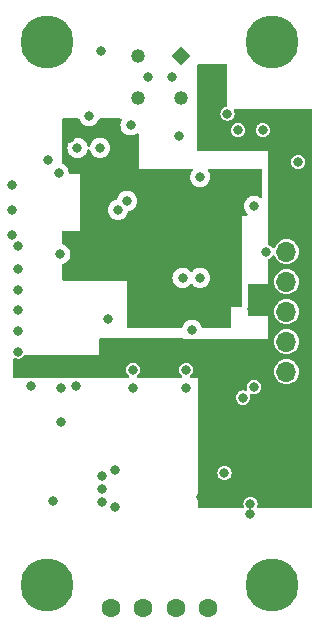
<source format=gbr>
%TF.GenerationSoftware,KiCad,Pcbnew,6.0.8-f2edbf62ab~116~ubuntu20.04.1*%
%TF.CreationDate,2022-10-23T17:18:19+02:00*%
%TF.ProjectId,TireTempSensor_v2.0,54697265-5465-46d7-9053-656e736f725f,rev?*%
%TF.SameCoordinates,Original*%
%TF.FileFunction,Copper,L3,Inr*%
%TF.FilePolarity,Positive*%
%FSLAX46Y46*%
G04 Gerber Fmt 4.6, Leading zero omitted, Abs format (unit mm)*
G04 Created by KiCad (PCBNEW 6.0.8-f2edbf62ab~116~ubuntu20.04.1) date 2022-10-23 17:18:19*
%MOMM*%
%LPD*%
G01*
G04 APERTURE LIST*
G04 Aperture macros list*
%AMRotRect*
0 Rectangle, with rotation*
0 The origin of the aperture is its center*
0 $1 length*
0 $2 width*
0 $3 Rotation angle, in degrees counterclockwise*
0 Add horizontal line*
21,1,$1,$2,0,0,$3*%
G04 Aperture macros list end*
%TA.AperFunction,ComponentPad*%
%ADD10C,4.500000*%
%TD*%
%TA.AperFunction,ComponentPad*%
%ADD11C,1.600000*%
%TD*%
%TA.AperFunction,ComponentPad*%
%ADD12RotRect,1.192000X1.192000X45.000000*%
%TD*%
%TA.AperFunction,ComponentPad*%
%ADD13C,1.192000*%
%TD*%
%TA.AperFunction,ComponentPad*%
%ADD14R,1.700000X1.700000*%
%TD*%
%TA.AperFunction,ComponentPad*%
%ADD15O,1.700000X1.700000*%
%TD*%
%TA.AperFunction,ViaPad*%
%ADD16C,0.800000*%
%TD*%
G04 APERTURE END LIST*
D10*
%TO.N,GND*%
%TO.C,H4*%
X103250000Y-67500000D03*
%TD*%
%TO.N,GND*%
%TO.C,H2*%
X103250000Y-113500000D03*
%TD*%
D11*
%TO.N,+24V*%
%TO.C,J2*%
X116875000Y-115500000D03*
%TO.N,GND*%
X114125000Y-115500000D03*
%TO.N,/CAN +*%
X111375000Y-115500000D03*
%TO.N,/CAN -*%
X108625000Y-115500000D03*
%TD*%
D10*
%TO.N,GND*%
%TO.C,H3*%
X122250000Y-67500000D03*
%TD*%
%TO.N,GND*%
%TO.C,H1*%
X122250000Y-113500000D03*
%TD*%
D12*
%TO.N,/SCL*%
%TO.C,IC2*%
X114546052Y-68703950D03*
D13*
%TO.N,/SDA*%
X114546052Y-72296052D03*
%TO.N,Net-(C17-Pad1)*%
X110953950Y-72296052D03*
%TO.N,GND*%
X110953950Y-68703950D03*
%TD*%
D14*
%TO.N,+3V3*%
%TO.C,J1*%
X123500000Y-82750000D03*
D15*
%TO.N,/SWCLK*%
X123500000Y-85290000D03*
%TO.N,GND*%
X123500000Y-87830000D03*
%TO.N,/SWDIO*%
X123500000Y-90370000D03*
%TO.N,/NRST*%
X123500000Y-92910000D03*
%TO.N,/SWO*%
X123500000Y-95450000D03*
%TD*%
D16*
%TO.N,/+3V3_uC*%
X118950000Y-88350000D03*
X105850000Y-78000000D03*
X119850000Y-78850000D03*
X111650000Y-91000000D03*
X108700000Y-74600000D03*
X105200000Y-75650000D03*
X117900000Y-91000000D03*
X105250000Y-87150000D03*
%TO.N,GND*%
X114400000Y-75500000D03*
X103750000Y-106400000D03*
X118500000Y-73600000D03*
X100750000Y-92000000D03*
X110500000Y-95300000D03*
X108350000Y-91000000D03*
X100750000Y-93750000D03*
X107850000Y-104250000D03*
X100750000Y-84850000D03*
X100750000Y-88500000D03*
X118250000Y-104050000D03*
X106800000Y-73800000D03*
X104400000Y-99700000D03*
X110300000Y-74600000D03*
X115000000Y-96850000D03*
X120750000Y-81400000D03*
X115000000Y-95300000D03*
X104400000Y-96850000D03*
X107800000Y-68300000D03*
X120450000Y-106650000D03*
X100750000Y-86750000D03*
X124500000Y-77700000D03*
X100300000Y-83850000D03*
X100300000Y-79650000D03*
X100750000Y-90250000D03*
X103300000Y-77500000D03*
X115500000Y-91900000D03*
X104200000Y-78600000D03*
X119400000Y-75000000D03*
X108950000Y-103750000D03*
X104350000Y-85500000D03*
X121500000Y-75000000D03*
X107700000Y-76500000D03*
X105800000Y-76500000D03*
X107850000Y-105350000D03*
X120450000Y-107500000D03*
X100300000Y-81750000D03*
X108950000Y-106950000D03*
X110500000Y-96850000D03*
X107850000Y-106450000D03*
X119800000Y-97650000D03*
X120750000Y-96750000D03*
%TO.N,+3V3*%
X117650000Y-71400000D03*
X123950000Y-103000000D03*
X123950000Y-101000000D03*
X117700000Y-69850000D03*
X117000000Y-106550000D03*
X122750000Y-80150000D03*
X121400000Y-89250000D03*
X100850000Y-95500000D03*
X108250000Y-95500000D03*
X123950000Y-102000000D03*
X124750000Y-103000000D03*
X117450000Y-93500000D03*
X116300000Y-106050000D03*
X123650000Y-79300000D03*
X120550000Y-90150000D03*
X124750000Y-102000000D03*
X123950000Y-100000000D03*
X124750000Y-100000000D03*
X124750000Y-101000000D03*
%TO.N,/SCL*%
X111750000Y-70500000D03*
X114700000Y-87500000D03*
%TO.N,/SDA*%
X113779978Y-70529978D03*
X116199503Y-87500000D03*
%TO.N,/SWCLK*%
X121800000Y-85300000D03*
X116200000Y-79000000D03*
%TO.N,/CAN RX*%
X109250000Y-81750000D03*
X101900000Y-96700000D03*
%TO.N,/CAN TX*%
X110000000Y-81000500D03*
X105700000Y-96700000D03*
%TD*%
%TA.AperFunction,Conductor*%
%TO.N,+3V3*%
G36*
X118442121Y-69420002D02*
G01*
X118488614Y-69473658D01*
X118500000Y-69526000D01*
X118500000Y-72883819D01*
X118479998Y-72951940D01*
X118426342Y-72998433D01*
X118390446Y-73008741D01*
X118343238Y-73014956D01*
X118197159Y-73075464D01*
X118071718Y-73171718D01*
X118066695Y-73178264D01*
X118047013Y-73203914D01*
X117975464Y-73297159D01*
X117914956Y-73443238D01*
X117894318Y-73600000D01*
X117914956Y-73756762D01*
X117975464Y-73902841D01*
X118071718Y-74028282D01*
X118197159Y-74124536D01*
X118343238Y-74185044D01*
X118500000Y-74205682D01*
X118508188Y-74204604D01*
X118648574Y-74186122D01*
X118656762Y-74185044D01*
X118802841Y-74124536D01*
X118928282Y-74028282D01*
X119024536Y-73902841D01*
X119085044Y-73756762D01*
X119105682Y-73600000D01*
X119085044Y-73443238D01*
X119056455Y-73374218D01*
X119048866Y-73303628D01*
X119080645Y-73240141D01*
X119141703Y-73203914D01*
X119172864Y-73200000D01*
X125574000Y-73200000D01*
X125642121Y-73220002D01*
X125688614Y-73273658D01*
X125700000Y-73326000D01*
X125700000Y-106874000D01*
X125679998Y-106942121D01*
X125626342Y-106988614D01*
X125574000Y-107000000D01*
X121143575Y-107000000D01*
X121075454Y-106979998D01*
X121028961Y-106926342D01*
X121018857Y-106856068D01*
X121027165Y-106825784D01*
X121031884Y-106814391D01*
X121035044Y-106806762D01*
X121055682Y-106650000D01*
X121035044Y-106493238D01*
X120974536Y-106347159D01*
X120878282Y-106221718D01*
X120752841Y-106125464D01*
X120606762Y-106064956D01*
X120450000Y-106044318D01*
X120293238Y-106064956D01*
X120147159Y-106125464D01*
X120021718Y-106221718D01*
X119925464Y-106347159D01*
X119864956Y-106493238D01*
X119844318Y-106650000D01*
X119864956Y-106806762D01*
X119868116Y-106814391D01*
X119872835Y-106825784D01*
X119880423Y-106896374D01*
X119848642Y-106959860D01*
X119787584Y-106996087D01*
X119756425Y-107000000D01*
X116126000Y-107000000D01*
X116057879Y-106979998D01*
X116011386Y-106926342D01*
X116000000Y-106874000D01*
X116000000Y-104050000D01*
X117644318Y-104050000D01*
X117664956Y-104206762D01*
X117725464Y-104352841D01*
X117821718Y-104478282D01*
X117947159Y-104574536D01*
X118093238Y-104635044D01*
X118250000Y-104655682D01*
X118258188Y-104654604D01*
X118398574Y-104636122D01*
X118406762Y-104635044D01*
X118552841Y-104574536D01*
X118678282Y-104478282D01*
X118774536Y-104352841D01*
X118835044Y-104206762D01*
X118855682Y-104050000D01*
X118835044Y-103893238D01*
X118774536Y-103747159D01*
X118678282Y-103621718D01*
X118552841Y-103525464D01*
X118406762Y-103464956D01*
X118250000Y-103444318D01*
X118093238Y-103464956D01*
X117947159Y-103525464D01*
X117821718Y-103621718D01*
X117725464Y-103747159D01*
X117664956Y-103893238D01*
X117644318Y-104050000D01*
X116000000Y-104050000D01*
X116000000Y-97650000D01*
X119194318Y-97650000D01*
X119214956Y-97806762D01*
X119275464Y-97952841D01*
X119371718Y-98078282D01*
X119497159Y-98174536D01*
X119643238Y-98235044D01*
X119800000Y-98255682D01*
X119808188Y-98254604D01*
X119948574Y-98236122D01*
X119956762Y-98235044D01*
X120102841Y-98174536D01*
X120228282Y-98078282D01*
X120324536Y-97952841D01*
X120385044Y-97806762D01*
X120405682Y-97650000D01*
X120385044Y-97493238D01*
X120379239Y-97479223D01*
X120371647Y-97408634D01*
X120403424Y-97345146D01*
X120464481Y-97308917D01*
X120535433Y-97311449D01*
X120543863Y-97314593D01*
X120585605Y-97331883D01*
X120585610Y-97331884D01*
X120593238Y-97335044D01*
X120750000Y-97355682D01*
X120758188Y-97354604D01*
X120898574Y-97336122D01*
X120906762Y-97335044D01*
X121052841Y-97274536D01*
X121178282Y-97178282D01*
X121274536Y-97052841D01*
X121335044Y-96906762D01*
X121355682Y-96750000D01*
X121335044Y-96593238D01*
X121274536Y-96447159D01*
X121178282Y-96321718D01*
X121052841Y-96225464D01*
X120906762Y-96164956D01*
X120750000Y-96144318D01*
X120593238Y-96164956D01*
X120447159Y-96225464D01*
X120321718Y-96321718D01*
X120225464Y-96447159D01*
X120164956Y-96593238D01*
X120144318Y-96750000D01*
X120164956Y-96906762D01*
X120168115Y-96914389D01*
X120168116Y-96914392D01*
X120170761Y-96920776D01*
X120178353Y-96991366D01*
X120146576Y-97054854D01*
X120085519Y-97091083D01*
X120014567Y-97088551D01*
X120006137Y-97085407D01*
X119964395Y-97068117D01*
X119964390Y-97068116D01*
X119956762Y-97064956D01*
X119800000Y-97044318D01*
X119643238Y-97064956D01*
X119497159Y-97125464D01*
X119371718Y-97221718D01*
X119275464Y-97347159D01*
X119214956Y-97493238D01*
X119194318Y-97650000D01*
X116000000Y-97650000D01*
X116000000Y-96000000D01*
X115445357Y-96000000D01*
X115377236Y-95979998D01*
X115330743Y-95926342D01*
X115320639Y-95856068D01*
X115350133Y-95791488D01*
X115368653Y-95774038D01*
X115421732Y-95733309D01*
X115421736Y-95733305D01*
X115428282Y-95728282D01*
X115524536Y-95602841D01*
X115585044Y-95456762D01*
X115587875Y-95435262D01*
X122444520Y-95435262D01*
X122461759Y-95640553D01*
X122463458Y-95646478D01*
X122516477Y-95831376D01*
X122518544Y-95838586D01*
X122521359Y-95844063D01*
X122521360Y-95844066D01*
X122600179Y-95997431D01*
X122612712Y-96021818D01*
X122740677Y-96183270D01*
X122745370Y-96187264D01*
X122745371Y-96187265D01*
X122796162Y-96230491D01*
X122897564Y-96316791D01*
X122902942Y-96319797D01*
X122902944Y-96319798D01*
X122913082Y-96325464D01*
X123077398Y-96417297D01*
X123149142Y-96440608D01*
X123267471Y-96479056D01*
X123267475Y-96479057D01*
X123273329Y-96480959D01*
X123477894Y-96505351D01*
X123484029Y-96504879D01*
X123484031Y-96504879D01*
X123540039Y-96500569D01*
X123683300Y-96489546D01*
X123689230Y-96487890D01*
X123689232Y-96487890D01*
X123875797Y-96435800D01*
X123875796Y-96435800D01*
X123881725Y-96434145D01*
X123887214Y-96431372D01*
X123887220Y-96431370D01*
X124060116Y-96344033D01*
X124065610Y-96341258D01*
X124097050Y-96316695D01*
X124223101Y-96218213D01*
X124227951Y-96214424D01*
X124270651Y-96164956D01*
X124358540Y-96063134D01*
X124358540Y-96063133D01*
X124362564Y-96058472D01*
X124383387Y-96021818D01*
X124461276Y-95884707D01*
X124464323Y-95879344D01*
X124529351Y-95683863D01*
X124555171Y-95479474D01*
X124555390Y-95463806D01*
X124555534Y-95453522D01*
X124555534Y-95453518D01*
X124555583Y-95450000D01*
X124535480Y-95244970D01*
X124475935Y-95047749D01*
X124379218Y-94865849D01*
X124302924Y-94772304D01*
X124252906Y-94710975D01*
X124252903Y-94710972D01*
X124249011Y-94706200D01*
X124236458Y-94695815D01*
X124095025Y-94578811D01*
X124095021Y-94578809D01*
X124090275Y-94574882D01*
X123909055Y-94476897D01*
X123712254Y-94415977D01*
X123706129Y-94415333D01*
X123706128Y-94415333D01*
X123513498Y-94395087D01*
X123513496Y-94395087D01*
X123507369Y-94394443D01*
X123420529Y-94402346D01*
X123308342Y-94412555D01*
X123308339Y-94412556D01*
X123302203Y-94413114D01*
X123104572Y-94471280D01*
X122922002Y-94566726D01*
X122917201Y-94570586D01*
X122917198Y-94570588D01*
X122906971Y-94578811D01*
X122761447Y-94695815D01*
X122629024Y-94853630D01*
X122626056Y-94859028D01*
X122626053Y-94859033D01*
X122545924Y-95004789D01*
X122529776Y-95034162D01*
X122467484Y-95230532D01*
X122466798Y-95236649D01*
X122466797Y-95236653D01*
X122445207Y-95429137D01*
X122444520Y-95435262D01*
X115587875Y-95435262D01*
X115605682Y-95300000D01*
X115585044Y-95143238D01*
X115524536Y-94997159D01*
X115428282Y-94871718D01*
X115302841Y-94775464D01*
X115156762Y-94714956D01*
X115000000Y-94694318D01*
X114843238Y-94714956D01*
X114697159Y-94775464D01*
X114571718Y-94871718D01*
X114475464Y-94997159D01*
X114414956Y-95143238D01*
X114394318Y-95300000D01*
X114414956Y-95456762D01*
X114475464Y-95602841D01*
X114571718Y-95728282D01*
X114578264Y-95733305D01*
X114578268Y-95733309D01*
X114631347Y-95774038D01*
X114673214Y-95831376D01*
X114677436Y-95902247D01*
X114642672Y-95964149D01*
X114579959Y-95997431D01*
X114554643Y-96000000D01*
X110945357Y-96000000D01*
X110877236Y-95979998D01*
X110830743Y-95926342D01*
X110820639Y-95856068D01*
X110850133Y-95791488D01*
X110868653Y-95774038D01*
X110921732Y-95733309D01*
X110921736Y-95733305D01*
X110928282Y-95728282D01*
X111024536Y-95602841D01*
X111085044Y-95456762D01*
X111105682Y-95300000D01*
X111085044Y-95143238D01*
X111024536Y-94997159D01*
X110928282Y-94871718D01*
X110802841Y-94775464D01*
X110656762Y-94714956D01*
X110500000Y-94694318D01*
X110343238Y-94714956D01*
X110197159Y-94775464D01*
X110071718Y-94871718D01*
X109975464Y-94997159D01*
X109914956Y-95143238D01*
X109894318Y-95300000D01*
X109914956Y-95456762D01*
X109975464Y-95602841D01*
X110071718Y-95728282D01*
X110078264Y-95733305D01*
X110078268Y-95733309D01*
X110131347Y-95774038D01*
X110173214Y-95831376D01*
X110177436Y-95902247D01*
X110142672Y-95964149D01*
X110079959Y-95997431D01*
X110054643Y-96000000D01*
X100476000Y-96000000D01*
X100407879Y-95979998D01*
X100361386Y-95926342D01*
X100350000Y-95874000D01*
X100350000Y-94422864D01*
X100370002Y-94354743D01*
X100423658Y-94308250D01*
X100493932Y-94298146D01*
X100524218Y-94306455D01*
X100593238Y-94335044D01*
X100750000Y-94355682D01*
X100758188Y-94354604D01*
X100898574Y-94336122D01*
X100906762Y-94335044D01*
X101052841Y-94274536D01*
X101178282Y-94178282D01*
X101274536Y-94052841D01*
X101276499Y-94054347D01*
X101318816Y-94014003D01*
X101376546Y-94000000D01*
X107600000Y-94000000D01*
X107600000Y-92895262D01*
X122444520Y-92895262D01*
X122461759Y-93100553D01*
X122463458Y-93106478D01*
X122497577Y-93225464D01*
X122518544Y-93298586D01*
X122521359Y-93304063D01*
X122521360Y-93304066D01*
X122542247Y-93344707D01*
X122612712Y-93481818D01*
X122740677Y-93643270D01*
X122745370Y-93647264D01*
X122745371Y-93647265D01*
X122866085Y-93750000D01*
X122897564Y-93776791D01*
X123077398Y-93877297D01*
X123168082Y-93906762D01*
X123267471Y-93939056D01*
X123267475Y-93939057D01*
X123273329Y-93940959D01*
X123477894Y-93965351D01*
X123484029Y-93964879D01*
X123484031Y-93964879D01*
X123540039Y-93960569D01*
X123683300Y-93949546D01*
X123689230Y-93947890D01*
X123689232Y-93947890D01*
X123875797Y-93895800D01*
X123875796Y-93895800D01*
X123881725Y-93894145D01*
X123887214Y-93891372D01*
X123887220Y-93891370D01*
X124060116Y-93804033D01*
X124065610Y-93801258D01*
X124227951Y-93674424D01*
X124362564Y-93518472D01*
X124383387Y-93481818D01*
X124461276Y-93344707D01*
X124464323Y-93339344D01*
X124529351Y-93143863D01*
X124555171Y-92939474D01*
X124555583Y-92910000D01*
X124535480Y-92704970D01*
X124475935Y-92507749D01*
X124379218Y-92325849D01*
X124278895Y-92202841D01*
X124252906Y-92170975D01*
X124252903Y-92170972D01*
X124249011Y-92166200D01*
X124242173Y-92160543D01*
X124095025Y-92038811D01*
X124095021Y-92038809D01*
X124090275Y-92034882D01*
X123909055Y-91936897D01*
X123712254Y-91875977D01*
X123706129Y-91875333D01*
X123706128Y-91875333D01*
X123513498Y-91855087D01*
X123513496Y-91855087D01*
X123507369Y-91854443D01*
X123420529Y-91862346D01*
X123308342Y-91872555D01*
X123308339Y-91872556D01*
X123302203Y-91873114D01*
X123104572Y-91931280D01*
X122922002Y-92026726D01*
X122917201Y-92030586D01*
X122917198Y-92030588D01*
X122766254Y-92151950D01*
X122761447Y-92155815D01*
X122629024Y-92313630D01*
X122626056Y-92319028D01*
X122626053Y-92319033D01*
X122534789Y-92485044D01*
X122529776Y-92494162D01*
X122467484Y-92690532D01*
X122466798Y-92696649D01*
X122466797Y-92696653D01*
X122463406Y-92726884D01*
X122444520Y-92895262D01*
X107600000Y-92895262D01*
X107600000Y-92726884D01*
X107620002Y-92658763D01*
X107673658Y-92612270D01*
X107726880Y-92600887D01*
X121900000Y-92700000D01*
X121900000Y-90355262D01*
X122444520Y-90355262D01*
X122461759Y-90560553D01*
X122518544Y-90758586D01*
X122521359Y-90764063D01*
X122521360Y-90764066D01*
X122542247Y-90804707D01*
X122612712Y-90941818D01*
X122740677Y-91103270D01*
X122897564Y-91236791D01*
X123077398Y-91337297D01*
X123172238Y-91368113D01*
X123267471Y-91399056D01*
X123267475Y-91399057D01*
X123273329Y-91400959D01*
X123477894Y-91425351D01*
X123484029Y-91424879D01*
X123484031Y-91424879D01*
X123540039Y-91420569D01*
X123683300Y-91409546D01*
X123689230Y-91407890D01*
X123689232Y-91407890D01*
X123875797Y-91355800D01*
X123875796Y-91355800D01*
X123881725Y-91354145D01*
X123887214Y-91351372D01*
X123887220Y-91351370D01*
X124060116Y-91264033D01*
X124065610Y-91261258D01*
X124227951Y-91134424D01*
X124362564Y-90978472D01*
X124383387Y-90941818D01*
X124401056Y-90910714D01*
X124464323Y-90799344D01*
X124529351Y-90603863D01*
X124555171Y-90399474D01*
X124555583Y-90370000D01*
X124535480Y-90164970D01*
X124475935Y-89967749D01*
X124379218Y-89785849D01*
X124263788Y-89644318D01*
X124252906Y-89630975D01*
X124252903Y-89630972D01*
X124249011Y-89626200D01*
X124231786Y-89611950D01*
X124095025Y-89498811D01*
X124095021Y-89498809D01*
X124090275Y-89494882D01*
X123909055Y-89396897D01*
X123712254Y-89335977D01*
X123706129Y-89335333D01*
X123706128Y-89335333D01*
X123513498Y-89315087D01*
X123513496Y-89315087D01*
X123507369Y-89314443D01*
X123420529Y-89322346D01*
X123308342Y-89332555D01*
X123308339Y-89332556D01*
X123302203Y-89333114D01*
X123104572Y-89391280D01*
X122922002Y-89486726D01*
X122917201Y-89490586D01*
X122917198Y-89490588D01*
X122906971Y-89498811D01*
X122761447Y-89615815D01*
X122629024Y-89773630D01*
X122626056Y-89779028D01*
X122626053Y-89779033D01*
X122619315Y-89791290D01*
X122529776Y-89954162D01*
X122467484Y-90150532D01*
X122466798Y-90156649D01*
X122466797Y-90156653D01*
X122456327Y-90250000D01*
X122444520Y-90355262D01*
X121900000Y-90355262D01*
X121900000Y-87815262D01*
X122444520Y-87815262D01*
X122461759Y-88020553D01*
X122463458Y-88026478D01*
X122511276Y-88193238D01*
X122518544Y-88218586D01*
X122521359Y-88224063D01*
X122521360Y-88224066D01*
X122542247Y-88264707D01*
X122612712Y-88401818D01*
X122740677Y-88563270D01*
X122897564Y-88696791D01*
X123077398Y-88797297D01*
X123172238Y-88828113D01*
X123267471Y-88859056D01*
X123267475Y-88859057D01*
X123273329Y-88860959D01*
X123477894Y-88885351D01*
X123484029Y-88884879D01*
X123484031Y-88884879D01*
X123540039Y-88880569D01*
X123683300Y-88869546D01*
X123689230Y-88867890D01*
X123689232Y-88867890D01*
X123875797Y-88815800D01*
X123875796Y-88815800D01*
X123881725Y-88814145D01*
X123887214Y-88811372D01*
X123887220Y-88811370D01*
X124060116Y-88724033D01*
X124065610Y-88721258D01*
X124227951Y-88594424D01*
X124362564Y-88438472D01*
X124383387Y-88401818D01*
X124412823Y-88350000D01*
X124464323Y-88259344D01*
X124529351Y-88063863D01*
X124555171Y-87859474D01*
X124555583Y-87830000D01*
X124535480Y-87624970D01*
X124475935Y-87427749D01*
X124379218Y-87245849D01*
X124301045Y-87150000D01*
X124252906Y-87090975D01*
X124252903Y-87090972D01*
X124249011Y-87086200D01*
X124231786Y-87071950D01*
X124095025Y-86958811D01*
X124095021Y-86958809D01*
X124090275Y-86954882D01*
X123909055Y-86856897D01*
X123712254Y-86795977D01*
X123706129Y-86795333D01*
X123706128Y-86795333D01*
X123513498Y-86775087D01*
X123513496Y-86775087D01*
X123507369Y-86774443D01*
X123420529Y-86782346D01*
X123308342Y-86792555D01*
X123308339Y-86792556D01*
X123302203Y-86793114D01*
X123104572Y-86851280D01*
X122922002Y-86946726D01*
X122917201Y-86950586D01*
X122917198Y-86950588D01*
X122864152Y-86993238D01*
X122761447Y-87075815D01*
X122629024Y-87233630D01*
X122626056Y-87239028D01*
X122626053Y-87239033D01*
X122532743Y-87408765D01*
X122529776Y-87414162D01*
X122467484Y-87610532D01*
X122466798Y-87616649D01*
X122466797Y-87616653D01*
X122451203Y-87755682D01*
X122444520Y-87815262D01*
X121900000Y-87815262D01*
X121900000Y-85992746D01*
X121920002Y-85924625D01*
X121977781Y-85876337D01*
X122102841Y-85824536D01*
X122228282Y-85728282D01*
X122297857Y-85637610D01*
X122355195Y-85595743D01*
X122426066Y-85591521D01*
X122487969Y-85626285D01*
X122514973Y-85667932D01*
X122516844Y-85672658D01*
X122518544Y-85678586D01*
X122612712Y-85861818D01*
X122740677Y-86023270D01*
X122897564Y-86156791D01*
X122902942Y-86159797D01*
X122902944Y-86159798D01*
X122934563Y-86177469D01*
X123077398Y-86257297D01*
X123172238Y-86288113D01*
X123267471Y-86319056D01*
X123267475Y-86319057D01*
X123273329Y-86320959D01*
X123477894Y-86345351D01*
X123484029Y-86344879D01*
X123484031Y-86344879D01*
X123540039Y-86340569D01*
X123683300Y-86329546D01*
X123689230Y-86327890D01*
X123689232Y-86327890D01*
X123875797Y-86275800D01*
X123875796Y-86275800D01*
X123881725Y-86274145D01*
X123887214Y-86271372D01*
X123887220Y-86271370D01*
X124060116Y-86184033D01*
X124065610Y-86181258D01*
X124227951Y-86054424D01*
X124253750Y-86024536D01*
X124358540Y-85903134D01*
X124358540Y-85903133D01*
X124362564Y-85898472D01*
X124375139Y-85876337D01*
X124456392Y-85733305D01*
X124464323Y-85719344D01*
X124529351Y-85523863D01*
X124555171Y-85319474D01*
X124555583Y-85290000D01*
X124535480Y-85084970D01*
X124475935Y-84887749D01*
X124379218Y-84705849D01*
X124298806Y-84607254D01*
X124252906Y-84550975D01*
X124252903Y-84550972D01*
X124249011Y-84546200D01*
X124231786Y-84531950D01*
X124095025Y-84418811D01*
X124095021Y-84418809D01*
X124090275Y-84414882D01*
X123909055Y-84316897D01*
X123712254Y-84255977D01*
X123706129Y-84255333D01*
X123706128Y-84255333D01*
X123513498Y-84235087D01*
X123513496Y-84235087D01*
X123507369Y-84234443D01*
X123420529Y-84242346D01*
X123308342Y-84252555D01*
X123308339Y-84252556D01*
X123302203Y-84253114D01*
X123104572Y-84311280D01*
X122922002Y-84406726D01*
X122917201Y-84410586D01*
X122917198Y-84410588D01*
X122886781Y-84435044D01*
X122761447Y-84535815D01*
X122629024Y-84693630D01*
X122626056Y-84699028D01*
X122626053Y-84699033D01*
X122581272Y-84780491D01*
X122529776Y-84874162D01*
X122527913Y-84880035D01*
X122515172Y-84920200D01*
X122475509Y-84979084D01*
X122410307Y-85007177D01*
X122340267Y-84995560D01*
X122295107Y-84958806D01*
X122233305Y-84878264D01*
X122228282Y-84871718D01*
X122199979Y-84850000D01*
X122109392Y-84780491D01*
X122102841Y-84775464D01*
X121977781Y-84723663D01*
X121922501Y-84679115D01*
X121900000Y-84607254D01*
X121900000Y-77700000D01*
X123894318Y-77700000D01*
X123914956Y-77856762D01*
X123975464Y-78002841D01*
X124071718Y-78128282D01*
X124197159Y-78224536D01*
X124343238Y-78285044D01*
X124500000Y-78305682D01*
X124508188Y-78304604D01*
X124521580Y-78302841D01*
X124656762Y-78285044D01*
X124802841Y-78224536D01*
X124928282Y-78128282D01*
X125024536Y-78002841D01*
X125085044Y-77856762D01*
X125105682Y-77700000D01*
X125085044Y-77543238D01*
X125024536Y-77397159D01*
X124928282Y-77271718D01*
X124802841Y-77175464D01*
X124656762Y-77114956D01*
X124500000Y-77094318D01*
X124343238Y-77114956D01*
X124197159Y-77175464D01*
X124071718Y-77271718D01*
X123975464Y-77397159D01*
X123914956Y-77543238D01*
X123894318Y-77700000D01*
X121900000Y-77700000D01*
X121900000Y-76800000D01*
X116026000Y-76800000D01*
X115957879Y-76779998D01*
X115911386Y-76726342D01*
X115900000Y-76674000D01*
X115900000Y-75000000D01*
X118794318Y-75000000D01*
X118814956Y-75156762D01*
X118875464Y-75302841D01*
X118971718Y-75428282D01*
X119097159Y-75524536D01*
X119243238Y-75585044D01*
X119400000Y-75605682D01*
X119408188Y-75604604D01*
X119548574Y-75586122D01*
X119556762Y-75585044D01*
X119702841Y-75524536D01*
X119828282Y-75428282D01*
X119924536Y-75302841D01*
X119985044Y-75156762D01*
X120005682Y-75000000D01*
X120894318Y-75000000D01*
X120914956Y-75156762D01*
X120975464Y-75302841D01*
X121071718Y-75428282D01*
X121197159Y-75524536D01*
X121343238Y-75585044D01*
X121500000Y-75605682D01*
X121508188Y-75604604D01*
X121648574Y-75586122D01*
X121656762Y-75585044D01*
X121802841Y-75524536D01*
X121928282Y-75428282D01*
X122024536Y-75302841D01*
X122085044Y-75156762D01*
X122105682Y-75000000D01*
X122085044Y-74843238D01*
X122024536Y-74697159D01*
X121956059Y-74607918D01*
X121933305Y-74578264D01*
X121928282Y-74571718D01*
X121802841Y-74475464D01*
X121656762Y-74414956D01*
X121500000Y-74394318D01*
X121343238Y-74414956D01*
X121197159Y-74475464D01*
X121071718Y-74571718D01*
X121066695Y-74578264D01*
X121043941Y-74607918D01*
X120975464Y-74697159D01*
X120914956Y-74843238D01*
X120894318Y-75000000D01*
X120005682Y-75000000D01*
X119985044Y-74843238D01*
X119924536Y-74697159D01*
X119856059Y-74607918D01*
X119833305Y-74578264D01*
X119828282Y-74571718D01*
X119702841Y-74475464D01*
X119556762Y-74414956D01*
X119400000Y-74394318D01*
X119243238Y-74414956D01*
X119097159Y-74475464D01*
X118971718Y-74571718D01*
X118966695Y-74578264D01*
X118943941Y-74607918D01*
X118875464Y-74697159D01*
X118814956Y-74843238D01*
X118794318Y-75000000D01*
X115900000Y-75000000D01*
X115900000Y-69526000D01*
X115920002Y-69457879D01*
X115973658Y-69411386D01*
X116026000Y-69400000D01*
X118374000Y-69400000D01*
X118442121Y-69420002D01*
G37*
%TD.AperFunction*%
%TD*%
%TA.AperFunction,Conductor*%
%TO.N,/+3V3_uC*%
G36*
X105947292Y-74020002D02*
G01*
X105993785Y-74073658D01*
X105999004Y-74087064D01*
X106018750Y-74147835D01*
X106108141Y-74302665D01*
X106112559Y-74307572D01*
X106112560Y-74307573D01*
X106221679Y-74428761D01*
X106227770Y-74435526D01*
X106372407Y-74540612D01*
X106378435Y-74543296D01*
X106378437Y-74543297D01*
X106529702Y-74610644D01*
X106535733Y-74613329D01*
X106623171Y-74631914D01*
X106704152Y-74649128D01*
X106704156Y-74649128D01*
X106710609Y-74650500D01*
X106889391Y-74650500D01*
X106895844Y-74649128D01*
X106895848Y-74649128D01*
X106976829Y-74631914D01*
X107064267Y-74613329D01*
X107070298Y-74610644D01*
X107221563Y-74543297D01*
X107221565Y-74543296D01*
X107227593Y-74540612D01*
X107372230Y-74435526D01*
X107378322Y-74428761D01*
X107487440Y-74307573D01*
X107487441Y-74307572D01*
X107491859Y-74302665D01*
X107581250Y-74147835D01*
X107600996Y-74087064D01*
X107641069Y-74028458D01*
X107706466Y-74000821D01*
X107720829Y-74000000D01*
X109446099Y-74000000D01*
X109514220Y-74020002D01*
X109560713Y-74073658D01*
X109570817Y-74143932D01*
X109555218Y-74189000D01*
X109518750Y-74252165D01*
X109463503Y-74422197D01*
X109444815Y-74600000D01*
X109463503Y-74777803D01*
X109518750Y-74947835D01*
X109608141Y-75102665D01*
X109727770Y-75235526D01*
X109733109Y-75239405D01*
X109859431Y-75331184D01*
X109872407Y-75340612D01*
X109878435Y-75343296D01*
X109878437Y-75343297D01*
X110035733Y-75413329D01*
X110123171Y-75431915D01*
X110204152Y-75449128D01*
X110204156Y-75449128D01*
X110210609Y-75450500D01*
X110389391Y-75450500D01*
X110395844Y-75449128D01*
X110395848Y-75449128D01*
X110476829Y-75431915D01*
X110564267Y-75413329D01*
X110721563Y-75343297D01*
X110721565Y-75343296D01*
X110727593Y-75340612D01*
X110740570Y-75331184D01*
X110799939Y-75288049D01*
X110866806Y-75264191D01*
X110935958Y-75280271D01*
X110985438Y-75331184D01*
X111000000Y-75389985D01*
X111000000Y-78250000D01*
X115447842Y-78250000D01*
X115515963Y-78270002D01*
X115562456Y-78323658D01*
X115572560Y-78393932D01*
X115541478Y-78460310D01*
X115508141Y-78497335D01*
X115418750Y-78652165D01*
X115416708Y-78658450D01*
X115377928Y-78777803D01*
X115363503Y-78822197D01*
X115344815Y-79000000D01*
X115363503Y-79177803D01*
X115418750Y-79347835D01*
X115508141Y-79502665D01*
X115627770Y-79635526D01*
X115772407Y-79740612D01*
X115778435Y-79743296D01*
X115778437Y-79743297D01*
X115929702Y-79810644D01*
X115935733Y-79813329D01*
X116023171Y-79831914D01*
X116104152Y-79849128D01*
X116104156Y-79849128D01*
X116110609Y-79850500D01*
X116289391Y-79850500D01*
X116295844Y-79849128D01*
X116295848Y-79849128D01*
X116376829Y-79831914D01*
X116464267Y-79813329D01*
X116470298Y-79810644D01*
X116621563Y-79743297D01*
X116621565Y-79743296D01*
X116627593Y-79740612D01*
X116772230Y-79635526D01*
X116891859Y-79502665D01*
X116981250Y-79347835D01*
X117036497Y-79177803D01*
X117055185Y-79000000D01*
X117036497Y-78822197D01*
X117022073Y-78777803D01*
X116983292Y-78658450D01*
X116981250Y-78652165D01*
X116891859Y-78497335D01*
X116858522Y-78460310D01*
X116827805Y-78396304D01*
X116836568Y-78325850D01*
X116882031Y-78271319D01*
X116952158Y-78250000D01*
X121318500Y-78250000D01*
X121386621Y-78270002D01*
X121433114Y-78323658D01*
X121444500Y-78376000D01*
X121444500Y-80606019D01*
X121424498Y-80674140D01*
X121370842Y-80720633D01*
X121300568Y-80730737D01*
X121244439Y-80707955D01*
X121182935Y-80663269D01*
X121182933Y-80663268D01*
X121177593Y-80659388D01*
X121171565Y-80656704D01*
X121171563Y-80656703D01*
X121020298Y-80589356D01*
X121020297Y-80589356D01*
X121014267Y-80586671D01*
X120926829Y-80568085D01*
X120845848Y-80550872D01*
X120845844Y-80550872D01*
X120839391Y-80549500D01*
X120660609Y-80549500D01*
X120654156Y-80550872D01*
X120654152Y-80550872D01*
X120573171Y-80568085D01*
X120485733Y-80586671D01*
X120479703Y-80589356D01*
X120479702Y-80589356D01*
X120328438Y-80656703D01*
X120328436Y-80656704D01*
X120322408Y-80659388D01*
X120317067Y-80663268D01*
X120317066Y-80663269D01*
X120255561Y-80707955D01*
X120177770Y-80764474D01*
X120173357Y-80769376D01*
X120173355Y-80769377D01*
X120119435Y-80829261D01*
X120058141Y-80897335D01*
X120054838Y-80903056D01*
X119991207Y-81013269D01*
X119968750Y-81052165D01*
X119913503Y-81222197D01*
X119912813Y-81228760D01*
X119912813Y-81228761D01*
X119900906Y-81342050D01*
X119894815Y-81400000D01*
X119913503Y-81577803D01*
X119968750Y-81747835D01*
X120058141Y-81902665D01*
X120062559Y-81907572D01*
X120062560Y-81907573D01*
X120177770Y-82035526D01*
X120176790Y-82036408D01*
X120210306Y-82090803D01*
X120208958Y-82161787D01*
X120169448Y-82220774D01*
X120104319Y-82249035D01*
X120088758Y-82250000D01*
X119750000Y-82250000D01*
X119750000Y-88078738D01*
X119748719Y-88096657D01*
X119744500Y-88126000D01*
X119744500Y-89856842D01*
X119738333Y-89895778D01*
X119732758Y-89912936D01*
X119692684Y-89971542D01*
X119627288Y-89999179D01*
X119612925Y-90000000D01*
X118800000Y-90000000D01*
X118800000Y-91624000D01*
X118779998Y-91692121D01*
X118726342Y-91738614D01*
X118674000Y-91750000D01*
X116437075Y-91750000D01*
X116368954Y-91729998D01*
X116322461Y-91676342D01*
X116317242Y-91662936D01*
X116283292Y-91558450D01*
X116281250Y-91552165D01*
X116191859Y-91397335D01*
X116072230Y-91264474D01*
X115927593Y-91159388D01*
X115921565Y-91156704D01*
X115921563Y-91156703D01*
X115770298Y-91089356D01*
X115770297Y-91089356D01*
X115764267Y-91086671D01*
X115676829Y-91068086D01*
X115595848Y-91050872D01*
X115595844Y-91050872D01*
X115589391Y-91049500D01*
X115410609Y-91049500D01*
X115404156Y-91050872D01*
X115404152Y-91050872D01*
X115323171Y-91068086D01*
X115235733Y-91086671D01*
X115229703Y-91089356D01*
X115229702Y-91089356D01*
X115078438Y-91156703D01*
X115078436Y-91156704D01*
X115072408Y-91159388D01*
X114927770Y-91264474D01*
X114808141Y-91397335D01*
X114718750Y-91552165D01*
X114716708Y-91558450D01*
X114682758Y-91662936D01*
X114642684Y-91721542D01*
X114577288Y-91749179D01*
X114562925Y-91750000D01*
X110126000Y-91750000D01*
X110057879Y-91729998D01*
X110011386Y-91676342D01*
X110000000Y-91624000D01*
X110000000Y-87750000D01*
X104626000Y-87750000D01*
X104557879Y-87729998D01*
X104511386Y-87676342D01*
X104500000Y-87624000D01*
X104500000Y-87500000D01*
X113844815Y-87500000D01*
X113863503Y-87677803D01*
X113918750Y-87847835D01*
X114008141Y-88002665D01*
X114012559Y-88007572D01*
X114012560Y-88007573D01*
X114123352Y-88130619D01*
X114127770Y-88135526D01*
X114272407Y-88240612D01*
X114278435Y-88243296D01*
X114278437Y-88243297D01*
X114283017Y-88245336D01*
X114435733Y-88313329D01*
X114523171Y-88331915D01*
X114604152Y-88349128D01*
X114604156Y-88349128D01*
X114610609Y-88350500D01*
X114789391Y-88350500D01*
X114795844Y-88349128D01*
X114795848Y-88349128D01*
X114876829Y-88331915D01*
X114964267Y-88313329D01*
X115116983Y-88245336D01*
X115121563Y-88243297D01*
X115121565Y-88243296D01*
X115127593Y-88240612D01*
X115272230Y-88135526D01*
X115276645Y-88130623D01*
X115356116Y-88042362D01*
X115416562Y-88005123D01*
X115487546Y-88006475D01*
X115543388Y-88042363D01*
X115622853Y-88130619D01*
X115622862Y-88130627D01*
X115627273Y-88135526D01*
X115771910Y-88240612D01*
X115777938Y-88243296D01*
X115777940Y-88243297D01*
X115782520Y-88245336D01*
X115935236Y-88313329D01*
X116022674Y-88331915D01*
X116103655Y-88349128D01*
X116103659Y-88349128D01*
X116110112Y-88350500D01*
X116288894Y-88350500D01*
X116295347Y-88349128D01*
X116295351Y-88349128D01*
X116376332Y-88331915D01*
X116463770Y-88313329D01*
X116616486Y-88245336D01*
X116621066Y-88243297D01*
X116621068Y-88243296D01*
X116627096Y-88240612D01*
X116771733Y-88135526D01*
X116776152Y-88130619D01*
X116886943Y-88007573D01*
X116886944Y-88007572D01*
X116891362Y-88002665D01*
X116980753Y-87847835D01*
X117036000Y-87677803D01*
X117054688Y-87500000D01*
X117036000Y-87322197D01*
X116980753Y-87152165D01*
X116891362Y-86997335D01*
X116855618Y-86957637D01*
X116776148Y-86869377D01*
X116776146Y-86869376D01*
X116771733Y-86864474D01*
X116627096Y-86759388D01*
X116621068Y-86756704D01*
X116621066Y-86756703D01*
X116469801Y-86689356D01*
X116469800Y-86689356D01*
X116463770Y-86686671D01*
X116376332Y-86668086D01*
X116295351Y-86650872D01*
X116295347Y-86650872D01*
X116288894Y-86649500D01*
X116110112Y-86649500D01*
X116103659Y-86650872D01*
X116103655Y-86650872D01*
X116022674Y-86668086D01*
X115935236Y-86686671D01*
X115929206Y-86689356D01*
X115929205Y-86689356D01*
X115777941Y-86756703D01*
X115777939Y-86756704D01*
X115771911Y-86759388D01*
X115627273Y-86864474D01*
X115622862Y-86869373D01*
X115622853Y-86869381D01*
X115543388Y-86957637D01*
X115482942Y-86994877D01*
X115411959Y-86993525D01*
X115356116Y-86957638D01*
X115276645Y-86869377D01*
X115276643Y-86869376D01*
X115272230Y-86864474D01*
X115127593Y-86759388D01*
X115121565Y-86756704D01*
X115121563Y-86756703D01*
X114970298Y-86689356D01*
X114970297Y-86689356D01*
X114964267Y-86686671D01*
X114876829Y-86668086D01*
X114795848Y-86650872D01*
X114795844Y-86650872D01*
X114789391Y-86649500D01*
X114610609Y-86649500D01*
X114604156Y-86650872D01*
X114604152Y-86650872D01*
X114523171Y-86668086D01*
X114435733Y-86686671D01*
X114429703Y-86689356D01*
X114429702Y-86689356D01*
X114278438Y-86756703D01*
X114278436Y-86756704D01*
X114272408Y-86759388D01*
X114127770Y-86864474D01*
X114123357Y-86869376D01*
X114123355Y-86869377D01*
X114043885Y-86957637D01*
X114008141Y-86997335D01*
X113918750Y-87152165D01*
X113863503Y-87322197D01*
X113844815Y-87500000D01*
X104500000Y-87500000D01*
X104500000Y-86439650D01*
X104520002Y-86371529D01*
X104573658Y-86325036D01*
X104599807Y-86316403D01*
X104607804Y-86314703D01*
X104607806Y-86314702D01*
X104614267Y-86313329D01*
X104620298Y-86310644D01*
X104771563Y-86243297D01*
X104771565Y-86243296D01*
X104777593Y-86240612D01*
X104922230Y-86135526D01*
X105041859Y-86002665D01*
X105131250Y-85847835D01*
X105186497Y-85677803D01*
X105205185Y-85500000D01*
X105202072Y-85470379D01*
X105187187Y-85328761D01*
X105187187Y-85328760D01*
X105186497Y-85322197D01*
X105131250Y-85152165D01*
X105041859Y-84997335D01*
X105007459Y-84959130D01*
X104926645Y-84869377D01*
X104926643Y-84869376D01*
X104922230Y-84864474D01*
X104777593Y-84759388D01*
X104771565Y-84756704D01*
X104771563Y-84756703D01*
X104620298Y-84689356D01*
X104620297Y-84689356D01*
X104614267Y-84686671D01*
X104607806Y-84685298D01*
X104607804Y-84685297D01*
X104599807Y-84683597D01*
X104537332Y-84649871D01*
X104503009Y-84587722D01*
X104500000Y-84560350D01*
X104500000Y-83626000D01*
X104520002Y-83557879D01*
X104573658Y-83511386D01*
X104626000Y-83500000D01*
X106000000Y-83500000D01*
X106000000Y-81750000D01*
X108394815Y-81750000D01*
X108395505Y-81756565D01*
X108410260Y-81896944D01*
X108413503Y-81927803D01*
X108468750Y-82097835D01*
X108558141Y-82252665D01*
X108677770Y-82385526D01*
X108822407Y-82490612D01*
X108828435Y-82493296D01*
X108828437Y-82493297D01*
X108979702Y-82560644D01*
X108985733Y-82563329D01*
X109073171Y-82581914D01*
X109154152Y-82599128D01*
X109154156Y-82599128D01*
X109160609Y-82600500D01*
X109339391Y-82600500D01*
X109345844Y-82599128D01*
X109345848Y-82599128D01*
X109426829Y-82581914D01*
X109514267Y-82563329D01*
X109520298Y-82560644D01*
X109671563Y-82493297D01*
X109671565Y-82493296D01*
X109677593Y-82490612D01*
X109822230Y-82385526D01*
X109941859Y-82252665D01*
X110031250Y-82097835D01*
X110086497Y-81927803D01*
X110086636Y-81926480D01*
X110119439Y-81865727D01*
X110182756Y-81831155D01*
X110257810Y-81815202D01*
X110257815Y-81815200D01*
X110264267Y-81813829D01*
X110399639Y-81753558D01*
X110421563Y-81743797D01*
X110421565Y-81743796D01*
X110427593Y-81741112D01*
X110572230Y-81636026D01*
X110624655Y-81577803D01*
X110687440Y-81508073D01*
X110687441Y-81508072D01*
X110691859Y-81503165D01*
X110751421Y-81400000D01*
X110777946Y-81354058D01*
X110777947Y-81354057D01*
X110781250Y-81348335D01*
X110836497Y-81178303D01*
X110843614Y-81110595D01*
X110854495Y-81007065D01*
X110855185Y-81000500D01*
X110836497Y-80822697D01*
X110781250Y-80652665D01*
X110691859Y-80497835D01*
X110572230Y-80364974D01*
X110427593Y-80259888D01*
X110421565Y-80257204D01*
X110421563Y-80257203D01*
X110270298Y-80189856D01*
X110270297Y-80189856D01*
X110264267Y-80187171D01*
X110176829Y-80168586D01*
X110095848Y-80151372D01*
X110095844Y-80151372D01*
X110089391Y-80150000D01*
X109910609Y-80150000D01*
X109904156Y-80151372D01*
X109904152Y-80151372D01*
X109823171Y-80168586D01*
X109735733Y-80187171D01*
X109729703Y-80189856D01*
X109729702Y-80189856D01*
X109578438Y-80257203D01*
X109578436Y-80257204D01*
X109572408Y-80259888D01*
X109427770Y-80364974D01*
X109308141Y-80497835D01*
X109218750Y-80652665D01*
X109163503Y-80822697D01*
X109163364Y-80824020D01*
X109130561Y-80884773D01*
X109067244Y-80919345D01*
X108992190Y-80935298D01*
X108992185Y-80935300D01*
X108985733Y-80936671D01*
X108979703Y-80939356D01*
X108979702Y-80939356D01*
X108828438Y-81006703D01*
X108828436Y-81006704D01*
X108822408Y-81009388D01*
X108677770Y-81114474D01*
X108558141Y-81247335D01*
X108554838Y-81253056D01*
X108496525Y-81354058D01*
X108468750Y-81402165D01*
X108413503Y-81572197D01*
X108412813Y-81578760D01*
X108412813Y-81578761D01*
X108396157Y-81737231D01*
X108394815Y-81750000D01*
X106000000Y-81750000D01*
X106000000Y-78750000D01*
X105179357Y-78750000D01*
X105111236Y-78729998D01*
X105064743Y-78676342D01*
X105054047Y-78610831D01*
X105054495Y-78606568D01*
X105054495Y-78606565D01*
X105055185Y-78600000D01*
X105036497Y-78422197D01*
X104981250Y-78252165D01*
X104891859Y-78097335D01*
X104772230Y-77964474D01*
X104627593Y-77859388D01*
X104621565Y-77856704D01*
X104621563Y-77856703D01*
X104574751Y-77835861D01*
X104520655Y-77789880D01*
X104500000Y-77720754D01*
X104500000Y-76500000D01*
X104944815Y-76500000D01*
X104963503Y-76677803D01*
X105018750Y-76847835D01*
X105108141Y-77002665D01*
X105112559Y-77007572D01*
X105112560Y-77007573D01*
X105176231Y-77078286D01*
X105227770Y-77135526D01*
X105372407Y-77240612D01*
X105378435Y-77243296D01*
X105378437Y-77243297D01*
X105405846Y-77255500D01*
X105535733Y-77313329D01*
X105623171Y-77331915D01*
X105704152Y-77349128D01*
X105704156Y-77349128D01*
X105710609Y-77350500D01*
X105889391Y-77350500D01*
X105895844Y-77349128D01*
X105895848Y-77349128D01*
X105976829Y-77331915D01*
X106064267Y-77313329D01*
X106194154Y-77255500D01*
X106221563Y-77243297D01*
X106221565Y-77243296D01*
X106227593Y-77240612D01*
X106372230Y-77135526D01*
X106423770Y-77078286D01*
X106487440Y-77007573D01*
X106487441Y-77007572D01*
X106491859Y-77002665D01*
X106581250Y-76847835D01*
X106630167Y-76697285D01*
X106670241Y-76638679D01*
X106735637Y-76611042D01*
X106805594Y-76623149D01*
X106857900Y-76671155D01*
X106869833Y-76697285D01*
X106918750Y-76847835D01*
X107008141Y-77002665D01*
X107012559Y-77007572D01*
X107012560Y-77007573D01*
X107076231Y-77078286D01*
X107127770Y-77135526D01*
X107272407Y-77240612D01*
X107278435Y-77243296D01*
X107278437Y-77243297D01*
X107305846Y-77255500D01*
X107435733Y-77313329D01*
X107523171Y-77331915D01*
X107604152Y-77349128D01*
X107604156Y-77349128D01*
X107610609Y-77350500D01*
X107789391Y-77350500D01*
X107795844Y-77349128D01*
X107795848Y-77349128D01*
X107876829Y-77331915D01*
X107964267Y-77313329D01*
X108094154Y-77255500D01*
X108121563Y-77243297D01*
X108121565Y-77243296D01*
X108127593Y-77240612D01*
X108272230Y-77135526D01*
X108323770Y-77078286D01*
X108387440Y-77007573D01*
X108387441Y-77007572D01*
X108391859Y-77002665D01*
X108481250Y-76847835D01*
X108536497Y-76677803D01*
X108555185Y-76500000D01*
X108536497Y-76322197D01*
X108481250Y-76152165D01*
X108471644Y-76135526D01*
X108395162Y-76003056D01*
X108391859Y-75997335D01*
X108272230Y-75864474D01*
X108127593Y-75759388D01*
X108121565Y-75756704D01*
X108121563Y-75756703D01*
X107970298Y-75689356D01*
X107970297Y-75689356D01*
X107964267Y-75686671D01*
X107876829Y-75668085D01*
X107795848Y-75650872D01*
X107795844Y-75650872D01*
X107789391Y-75649500D01*
X107610609Y-75649500D01*
X107604156Y-75650872D01*
X107604152Y-75650872D01*
X107523171Y-75668085D01*
X107435733Y-75686671D01*
X107429703Y-75689356D01*
X107429702Y-75689356D01*
X107278438Y-75756703D01*
X107278436Y-75756704D01*
X107272408Y-75759388D01*
X107127770Y-75864474D01*
X107008141Y-75997335D01*
X107004838Y-76003056D01*
X106928357Y-76135526D01*
X106918750Y-76152165D01*
X106916708Y-76158450D01*
X106869833Y-76302715D01*
X106829759Y-76361321D01*
X106764363Y-76388958D01*
X106694406Y-76376851D01*
X106642100Y-76328845D01*
X106630167Y-76302715D01*
X106583292Y-76158450D01*
X106581250Y-76152165D01*
X106571644Y-76135526D01*
X106495162Y-76003056D01*
X106491859Y-75997335D01*
X106372230Y-75864474D01*
X106227593Y-75759388D01*
X106221565Y-75756704D01*
X106221563Y-75756703D01*
X106070298Y-75689356D01*
X106070297Y-75689356D01*
X106064267Y-75686671D01*
X105976829Y-75668085D01*
X105895848Y-75650872D01*
X105895844Y-75650872D01*
X105889391Y-75649500D01*
X105710609Y-75649500D01*
X105704156Y-75650872D01*
X105704152Y-75650872D01*
X105623171Y-75668085D01*
X105535733Y-75686671D01*
X105529703Y-75689356D01*
X105529702Y-75689356D01*
X105378438Y-75756703D01*
X105378436Y-75756704D01*
X105372408Y-75759388D01*
X105227770Y-75864474D01*
X105108141Y-75997335D01*
X105104838Y-76003056D01*
X105028357Y-76135526D01*
X105018750Y-76152165D01*
X104963503Y-76322197D01*
X104944815Y-76500000D01*
X104500000Y-76500000D01*
X104500000Y-74126000D01*
X104520002Y-74057879D01*
X104573658Y-74011386D01*
X104626000Y-74000000D01*
X105879171Y-74000000D01*
X105947292Y-74020002D01*
G37*
%TD.AperFunction*%
%TD*%
%TA.AperFunction,Conductor*%
%TO.N,+3V3*%
G36*
X122000000Y-90750000D02*
G01*
X120326000Y-90750000D01*
X120257879Y-90729998D01*
X120211386Y-90676342D01*
X120200000Y-90624000D01*
X120200000Y-88126000D01*
X120220002Y-88057879D01*
X120273658Y-88011386D01*
X120326000Y-88000000D01*
X122000000Y-88000000D01*
X122000000Y-90750000D01*
G37*
%TD.AperFunction*%
%TD*%
M02*

</source>
